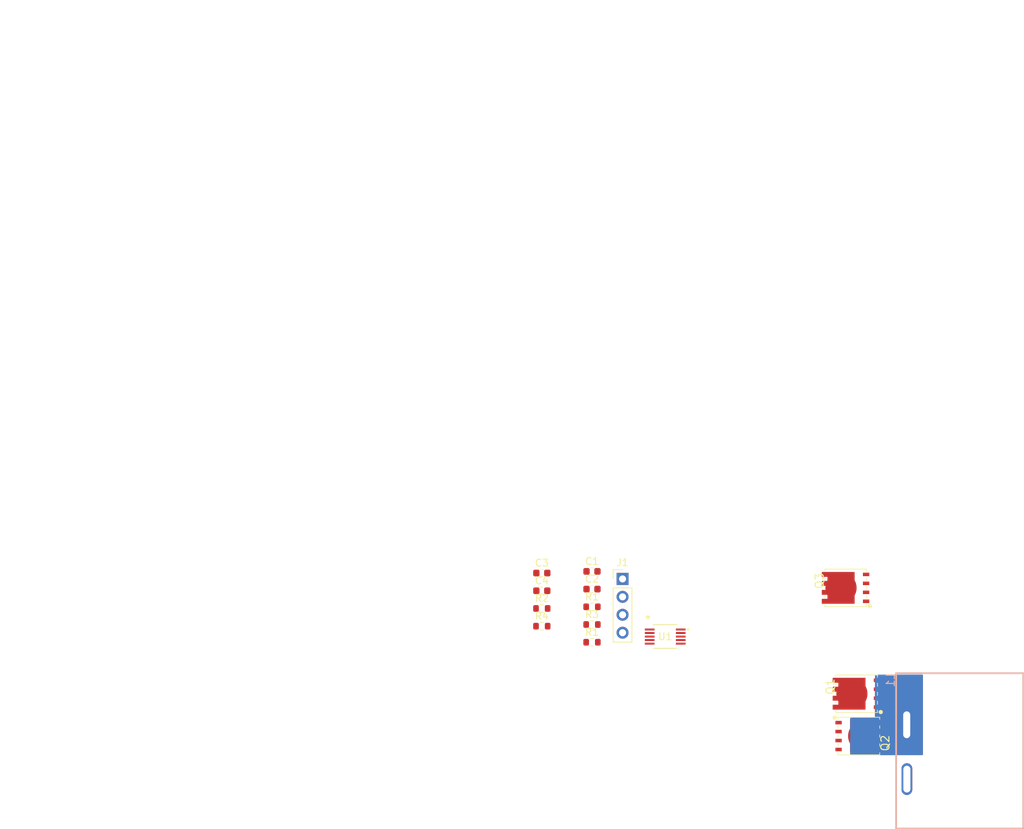
<source format=kicad_pcb>
(kicad_pcb (version 20241229) (generator "pcbnew") (generator_version "9.0")
  (layers (0 "F.Cu" signal) (2 "B.Cu" signal) (13 "F.Paste" user) (15 "B.Paste" user) (5 "F.SilkS" user "F.Silkscreen") (7 "B.SilkS" user "B.Silkscreen") (1 "F.Mask" user) (3 "B.Mask" user) (25 "Edge.Cuts" user))
  (net 0 "")
  (net 5 "GND")
  (net 6 "Net-(U1-FB)")
  (net 7 "Net-(U1-REF)")
  (net 8 "Net-(Q3-D)")
  (net 9 "/HG")
  (net 10 "+12V")
  (net 11 "/LG")
  (net 12 "Net-(R1-Pad2)")
  (net 13 "Net-(U1-BST)")
  (net 14 "/SW")
  (net 15 "Net-(U1-ILIM)")
  (net 16 "/VOUT")
  (net 17 "/EN")
  (footprint "自建封装库:MSOP10_MP2905_MNP" (layer "F.Cu") (at 94.2 89.9)
    (property "Reference" "U1" (at 0 0 0) (layer "F.SilkS"))
    (property "Value" "MP2905EK-LF-P")
    (fp_line (start -1.6764 1.6764) (end 1.6764 1.6764) (stroke (width 0.1524)) (layer "F.SilkS"))
    (fp_line (start 1.6764 -1.6764) (end -1.6764 -1.6764) (stroke (width 0.1524)) (layer "F.SilkS"))
    (fp_poly (pts (xy 3.3909 -1.190501) (xy 3.3909 -0.809501) (xy 3.1369 -0.809501) (xy 3.1369 -1.190501)) (fill yes) (layer "F.SilkS"))
    (fp_text user "*" (at -2.4511 -2.4224 0) (layer "F.SilkS"))
    (fp_text user "*" (at -2.4511 -2.4224 0) (layer "F.SilkS"))
    (pad "1" smd rect (at -2.1971 -1.000001) (size 1.3716 0.2794) (layers "F.Cu" "F.Mask" "F.Paste") (net 6 "Net-(U1-FB)"))
    (pad "2" smd rect (at -2.1971 -0.499999) (size 1.3716 0.2794) (layers "F.Cu" "F.Mask" "F.Paste") (net 8 "Net-(Q3-D)"))
    (pad "3" smd rect (at -2.1971 0) (size 1.3716 0.2794) (layers "F.Cu" "F.Mask" "F.Paste") (net 7 "Net-(U1-REF)"))
    (pad "4" smd rect (at -2.1971 0.499999) (size 1.3716 0.2794) (layers "F.Cu" "F.Mask" "F.Paste") (net 5 "GND"))
    (pad "5" smd rect (at -2.1971 1.000001) (size 1.3716 0.2794) (layers "F.Cu" "F.Mask" "F.Paste") (net 11 "/LG"))
    (pad "6" smd rect (at 2.1971 1.000001) (size 1.3716 0.2794) (layers "F.Cu" "F.Mask" "F.Paste") (net 13 "Net-(U1-BST)"))
    (pad "7" smd rect (at 2.1971 0.499999) (size 1.3716 0.2794) (layers "F.Cu" "F.Mask" "F.Paste") (net 14 "/SW"))
    (pad "8" smd rect (at 2.1971 0) (size 1.3716 0.2794) (layers "F.Cu" "F.Mask" "F.Paste") (net 9 "/HG"))
    (pad "9" smd rect (at 2.1971 -0.499999) (size 1.3716 0.2794) (layers "F.Cu" "F.Mask" "F.Paste") (net 10 "+12V"))
    (pad "10" smd rect (at 2.1971 -1.000001) (size 1.3716 0.2794) (layers "F.Cu" "F.Mask" "F.Paste") (net 15 "Net-(U1-ILIM)"))
  )
  (footprint "Capacitor_SMD:C_0603_1608Metric" (layer "F.Cu") (at 83.8319 80.6654)
    (property "Reference" "C1" (at 0 -1.43 0) (layer "F.SilkS"))
    (property "Value" "10nF")
    (fp_line (start -0.14058 -0.51) (end 0.14058 -0.51) (stroke (width 0.12)) (layer "F.SilkS"))
    (fp_line (start -0.14058 0.51) (end 0.14058 0.51) (stroke (width 0.12)) (layer "F.SilkS"))
    (pad "1" smd roundrect (at -0.775 0) (size 0.9 0.95) (layers "F.Cu" "F.Mask" "F.Paste") (net 5 "GND"))
    (pad "2" smd roundrect (at 0.775 0) (size 0.9 0.95) (layers "F.Cu" "F.Mask" "F.Paste") (net 8 "Net-(Q3-D)"))
  )
  (footprint "Resistor_SMD:R_0603_1608Metric" (layer "F.Cu") (at 76.7279 88.429999)
    (property "Reference" "R4" (at 0 -1.43 0) (layer "F.SilkS"))
    (property "Value" "R")
    (fp_line (start -0.237258 -0.5225) (end 0.237258 -0.5225) (stroke (width 0.12)) (layer "F.SilkS"))
    (fp_line (start -0.237258 0.5225) (end 0.237258 0.5225) (stroke (width 0.12)) (layer "F.SilkS"))
    (pad "1" smd roundrect (at -0.825 0) (size 0.8 0.95) (layers "F.Cu" "F.Mask" "F.Paste") (net 5 "GND"))
    (pad "2" smd roundrect (at 0.825 0) (size 0.8 0.95) (layers "F.Cu" "F.Mask" "F.Paste") (net 17 "/EN"))
  )
  (footprint "Capacitor_SMD:C_0603_1608Metric" (layer "F.Cu") (at 76.7279 83.409999)
    (property "Reference" "C4" (at 0 -1.43 0) (layer "F.SilkS"))
    (property "Value" "10nF")
    (fp_line (start -0.14058 -0.51) (end 0.14058 -0.51) (stroke (width 0.12)) (layer "F.SilkS"))
    (fp_line (start -0.14058 0.51) (end 0.14058 0.51) (stroke (width 0.12)) (layer "F.SilkS"))
    (pad "1" smd roundrect (at -0.775 0) (size 0.9 0.95) (layers "F.Cu" "F.Mask" "F.Paste") (net 15 "Net-(U1-ILIM)"))
    (pad "2" smd roundrect (at 0.775 0) (size 0.9 0.95) (layers "F.Cu" "F.Mask" "F.Paste") (net 10 "+12V"))
  )
  (footprint "Capacitor_SMD:C_0603_1608Metric" (layer "F.Cu") (at 83.8319 83.1754)
    (property "Reference" "C2" (at 0 -1.43 0) (layer "F.SilkS"))
    (property "Value" "4.7μF")
    (fp_line (start -0.14058 -0.51) (end 0.14058 -0.51) (stroke (width 0.12)) (layer "F.SilkS"))
    (fp_line (start -0.14058 0.51) (end 0.14058 0.51) (stroke (width 0.12)) (layer "F.SilkS"))
    (pad "1" smd roundrect (at -0.775 0) (size 0.9 0.95) (layers "F.Cu" "F.Mask" "F.Paste") (net 5 "GND"))
    (pad "2" smd roundrect (at 0.775 0) (size 0.9 0.95) (layers "F.Cu" "F.Mask" "F.Paste") (net 7 "Net-(U1-REF)"))
  )
  (footprint "Resistor_SMD:R_0603_1608Metric" (layer "F.Cu") (at 83.8319 85.6854)
    (property "Reference" "R1" (at 0 -1.43 0) (layer "F.SilkS"))
    (property "Value" "R")
    (fp_line (start -0.237258 -0.5225) (end 0.237258 -0.5225) (stroke (width 0.12)) (layer "F.SilkS"))
    (fp_line (start -0.237258 0.5225) (end 0.237258 0.5225) (stroke (width 0.12)) (layer "F.SilkS"))
    (pad "1" smd roundrect (at -0.825 0) (size 0.8 0.95) (layers "F.Cu" "F.Mask" "F.Paste") (net 6 "Net-(U1-FB)"))
    (pad "2" smd roundrect (at 0.825 0) (size 0.8 0.95) (layers "F.Cu" "F.Mask" "F.Paste") (net 12 "Net-(R1-Pad2)"))
  )
  (footprint "自建封装库:TDSON-8_L5.9-W5.2-P1.27-BL" (layer "F.Cu") (at 122.415 98 90)
    (property "Reference" "Q1" (at -0.242 -4.829 90) (layer "F.SilkS") (effects (font (size 1.143 1.143) (thickness 0.152)) (justify left)))
    (property "Value" "NMOS" (hide yes))
    (fp_line (start 2.66 -4.055) (end 2.66 1.845) (stroke (width 0.1)) (layer "F.SilkS"))
    (fp_line (start 2.359 -4.055) (end 2.66 -4.055) (stroke (width 0.1)) (layer "F.SilkS"))
    (fp_line (start 1.089 -4.055) (end 1.451 -4.055) (stroke (width 0.1)) (layer "F.SilkS"))
    (fp_line (start -0.181 -4.055) (end 0.181 -4.055) (stroke (width 0.1)) (layer "F.SilkS"))
    (fp_line (start -1.451 -4.055) (end -1.089 -4.055) (stroke (width 0.1)) (layer "F.SilkS"))
    (fp_line (start -2.66 -4.055) (end -2.359 -4.055) (stroke (width 0.1)) (layer "F.SilkS"))
    (fp_line (start -2.66 -4.055) (end -2.66 1.845) (stroke (width 0.1)) (layer "F.SilkS"))
    (fp_line (start 2.309 1.845) (end 2.66 1.845) (stroke (width 0.1)) (layer "F.SilkS"))
    (fp_line (start 1.039 1.845) (end 1.501 1.845) (stroke (width 0.1)) (layer "F.SilkS"))
    (fp_line (start -0.231 1.845) (end 0.231 1.845) (stroke (width 0.1)) (layer "F.SilkS"))
    (fp_line (start -1.501 1.845) (end -1.039 1.845) (stroke (width 0.1)) (layer "F.SilkS"))
    (fp_line (start -2.66 1.845) (end -2.309 1.845) (stroke (width 0.1)) (layer "F.SilkS"))
    (fp_circle (center -2.6 2.31) (end -2.45 2.31) (stroke (width 0.3)) (fill no) (layer "F.SilkS"))
    (pad "1" smd custom (at 0 -1.775 90) (size 4.41 4.55) (layers "F.Cu" "F.Mask" "F.Paste") (net 10 "+12V") (options (clearance outline) (anchor circle)) (primitives (gr_poly (pts (xy -2.205 1.875) (xy 2.205 1.875) (xy 2.205 -2.675) (xy 1.605 -2.675) (xy 1.605 -1.875) (xy 0.935 -1.875) (xy 0.935 -2.675) (xy 0.335 -2.675) (xy 0.335 -1.875) (xy -0.335 -1.875) (xy -0.335 -2.675) (xy -0.935 -2.675) (xy -0.935 -1.875) (xy -1.605 -1.875) (xy -1.605 -2.675) (xy -2.205 -2.675)) (width 0.1) (fill yes))))
    (pad "2" smd rect (at 1.905 1.775 90) (size 0.5 0.9) (layers "F.Cu" "F.Mask" "F.Paste") (net 9 "/HG"))
    (pad "3" smd rect (at -1.905 1.775 90) (size 0.5 0.9) (layers "F.Cu" "F.Mask" "F.Paste") (net 14 "/SW"))
    (pad "3" smd rect (at -0.635 1.775 90) (size 0.5 0.9) (layers "F.Cu" "F.Mask" "F.Paste") (net 14 "/SW"))
    (pad "3" smd rect (at 0.635 1.775 90) (size 0.5 0.9) (layers "F.Cu" "F.Mask" "F.Paste") (net 14 "/SW"))
  )
  (footprint "Resistor_SMD:R_0603_1608Metric" (layer "F.Cu") (at 83.8319 88.1954)
    (property "Reference" "R3" (at 0 -1.43 0) (layer "F.SilkS"))
    (property "Value" "R")
    (fp_line (start -0.237258 -0.5225) (end 0.237258 -0.5225) (stroke (width 0.12)) (layer "F.SilkS"))
    (fp_line (start -0.237258 0.5225) (end 0.237258 0.5225) (stroke (width 0.12)) (layer "F.SilkS"))
    (pad "1" smd roundrect (at -0.825 0) (size 0.8 0.95) (layers "F.Cu" "F.Mask" "F.Paste") (net 6 "Net-(U1-FB)"))
    (pad "2" smd roundrect (at 0.825 0) (size 0.8 0.95) (layers "F.Cu" "F.Mask" "F.Paste") (net 14 "/SW"))
  )
  (footprint "Resistor_SMD:R_0603_1608Metric" (layer "F.Cu") (at 76.7279 85.919999)
    (property "Reference" "R2" (at 0 -1.43 0) (layer "F.SilkS"))
    (property "Value" "3K")
    (fp_line (start -0.237258 -0.5225) (end 0.237258 -0.5225) (stroke (width 0.12)) (layer "F.SilkS"))
    (fp_line (start -0.237258 0.5225) (end 0.237258 0.5225) (stroke (width 0.12)) (layer "F.SilkS"))
    (pad "1" smd roundrect (at -0.825 0) (size 0.8 0.95) (layers "F.Cu" "F.Mask" "F.Paste") (net 15 "Net-(U1-ILIM)"))
    (pad "2" smd roundrect (at 0.825 0) (size 0.8 0.95) (layers "F.Cu" "F.Mask" "F.Paste") (net 10 "+12V"))
  )
  (footprint "自建封装库:TDSON-8_L5.9-W5.2-P1.27-BL" (layer "F.Cu") (at 120.875 83 90)
    (property "Reference" "Q3" (at -0.242 -4.829 90) (layer "F.SilkS") (effects (font (size 1.143 1.143) (thickness 0.152)) (justify left)))
    (property "Value" "NMOS" (hide yes))
    (fp_line (start 2.66 -4.055) (end 2.66 1.845) (stroke (width 0.1)) (layer "F.SilkS"))
    (fp_line (start 2.359 -4.055) (end 2.66 -4.055) (stroke (width 0.1)) (layer "F.SilkS"))
    (fp_line (start 1.089 -4.055) (end 1.451 -4.055) (stroke (width 0.1)) (layer "F.SilkS"))
    (fp_line (start -0.181 -4.055) (end 0.181 -4.055) (stroke (width 0.1)) (layer "F.SilkS"))
    (fp_line (start -1.451 -4.055) (end -1.089 -4.055) (stroke (width 0.1)) (layer "F.SilkS"))
    (fp_line (start -2.66 -4.055) (end -2.359 -4.055) (stroke (width 0.1)) (layer "F.SilkS"))
    (fp_line (start -2.66 -4.055) (end -2.66 1.845) (stroke (width 0.1)) (layer "F.SilkS"))
    (fp_line (start 2.309 1.845) (end 2.66 1.845) (stroke (width 0.1)) (layer "F.SilkS"))
    (fp_line (start 1.039 1.845) (end 1.501 1.845) (stroke (width 0.1)) (layer "F.SilkS"))
    (fp_line (start -0.231 1.845) (end 0.231 1.845) (stroke (width 0.1)) (layer "F.SilkS"))
    (fp_line (start -1.501 1.845) (end -1.039 1.845) (stroke (width 0.1)) (layer "F.SilkS"))
    (fp_line (start -2.66 1.845) (end -2.309 1.845) (stroke (width 0.1)) (layer "F.SilkS"))
    (fp_circle (center -2.6 2.31) (end -2.45 2.31) (stroke (width 0.3)) (fill no) (layer "F.SilkS"))
    (pad "1" smd custom (at 0 -1.775 90) (size 4.41 4.55) (layers "F.Cu" "F.Mask" "F.Paste") (net 8 "Net-(Q3-D)") (options (clearance outline) (anchor circle)) (primitives (gr_poly (pts (xy -2.205 1.875) (xy 2.205 1.875) (xy 2.205 -2.675) (xy 1.605 -2.675) (xy 1.605 -1.875) (xy 0.935 -1.875) (xy 0.935 -2.675) (xy 0.335 -2.675) (xy 0.335 -1.875) (xy -0.335 -1.875) (xy -0.335 -2.675) (xy -0.935 -2.675) (xy -0.935 -1.875) (xy -1.605 -1.875) (xy -1.605 -2.675) (xy -2.205 -2.675)) (width 0.1) (fill yes))))
    (pad "2" smd rect (at 1.905 1.775 90) (size 0.5 0.9) (layers "F.Cu" "F.Mask" "F.Paste") (net 17 "/EN"))
    (pad "3" smd rect (at -1.905 1.775 90) (size 0.5 0.9) (layers "F.Cu" "F.Mask" "F.Paste") (net 5 "GND"))
    (pad "3" smd rect (at -0.635 1.775 90) (size 0.5 0.9) (layers "F.Cu" "F.Mask" "F.Paste") (net 5 "GND"))
    (pad "3" smd rect (at 0.635 1.775 90) (size 0.5 0.9) (layers "F.Cu" "F.Mask" "F.Paste") (net 5 "GND"))
  )
  (footprint "Resistor_SMD:R_0603_1608Metric" (layer "F.Cu") (at 83.8319 90.7054)
    (property "Reference" "R1" (at 0 -1.43 0) (layer "F.SilkS"))
    (property "Value" "R")
    (fp_line (start -0.237258 -0.5225) (end 0.237258 -0.5225) (stroke (width 0.12)) (layer "F.SilkS"))
    (fp_line (start -0.237258 0.5225) (end 0.237258 0.5225) (stroke (width 0.12)) (layer "F.SilkS"))
    (pad "1" smd roundrect (at -0.825 0) (size 0.8 0.95) (layers "F.Cu" "F.Mask" "F.Paste") (net 5 "GND"))
    (pad "2" smd roundrect (at 0.825 0) (size 0.8 0.95) (layers "F.Cu" "F.Mask" "F.Paste") (net 6 "Net-(U1-FB)"))
  )
  (footprint "Connector_PinHeader_2.54mm:PinHeader_1x04_P2.54mm_Vertical" (layer "F.Cu") (at 88.1619 81.7354)
    (property "Reference" "J1" (at 0 -2.33 0) (layer "F.SilkS"))
    (property "Value" "Conn_01x04_Pin")
    (fp_line (start -1.33 -1.33) (end 0 -1.33) (stroke (width 0.12)) (layer "F.SilkS"))
    (fp_line (start -1.33 0) (end -1.33 -1.33) (stroke (width 0.12)) (layer "F.SilkS"))
    (fp_line (start -1.33 1.27) (end -1.33 8.95) (stroke (width 0.12)) (layer "F.SilkS"))
    (fp_line (start -1.33 1.27) (end 1.33 1.27) (stroke (width 0.12)) (layer "F.SilkS"))
    (fp_line (start -1.33 8.95) (end 1.33 8.95) (stroke (width 0.12)) (layer "F.SilkS"))
    (fp_line (start 1.33 1.27) (end 1.33 8.95) (stroke (width 0.12)) (layer "F.SilkS"))
    (pad "1" thru_hole rect (at 0 0) (size 1.7 1.7) (drill 1) (layers "*.Cu" "*.Mask"))
    (pad "2" thru_hole oval (at 0 2.54) (size 1.7 1.7) (drill 1) (layers "*.Cu" "*.Mask"))
    (pad "3" thru_hole oval (at 0 5.08) (size 1.7 1.7) (drill 1) (layers "*.Cu" "*.Mask"))
    (pad "4" thru_hole oval (at 0 7.62) (size 1.7 1.7) (drill 1) (layers "*.Cu" "*.Mask"))
  )
  (footprint "Capacitor_SMD:C_0603_1608Metric" (layer "F.Cu") (at 76.7279 80.899999)
    (property "Reference" "C3" (at 0 -1.43 0) (layer "F.SilkS"))
    (property "Value" "100nF")
    (fp_line (start -0.14058 -0.51) (end 0.14058 -0.51) (stroke (width 0.12)) (layer "F.SilkS"))
    (fp_line (start -0.14058 0.51) (end 0.14058 0.51) (stroke (width 0.12)) (layer "F.SilkS"))
    (pad "1" smd roundrect (at -0.775 0) (size 0.9 0.95) (layers "F.Cu" "F.Mask" "F.Paste") (net 13 "Net-(U1-BST)"))
    (pad "2" smd roundrect (at 0.775 0) (size 0.9 0.95) (layers "F.Cu" "F.Mask" "F.Paste") (net 14 "/SW"))
  )
  (footprint "自建封装库:TDSON-8_L5.9-W5.2-P1.27-BL" (layer "F.Cu") (at 120.525 104 -90)
    (property "Reference" "Q2" (at -0.242 -4.829 90) (layer "F.SilkS") (effects (font (size 1.143 1.143) (thickness 0.152)) (justify right)))
    (property "Value" "NMOS" (hide yes))
    (fp_line (start -2.66 1.845) (end -2.309 1.845) (stroke (width 0.1)) (layer "F.SilkS"))
    (fp_line (start -1.501 1.845) (end -1.039 1.845) (stroke (width 0.1)) (layer "F.SilkS"))
    (fp_line (start -0.231 1.845) (end 0.231 1.845) (stroke (width 0.1)) (layer "F.SilkS"))
    (fp_line (start 1.039 1.845) (end 1.501 1.845) (stroke (width 0.1)) (layer "F.SilkS"))
    (fp_line (start 2.309 1.845) (end 2.66 1.845) (stroke (width 0.1)) (layer "F.SilkS"))
    (fp_line (start -2.66 -4.055) (end -2.66 1.845) (stroke (width 0.1)) (layer "F.SilkS"))
    (fp_line (start -2.66 -4.055) (end -2.359 -4.055) (stroke (width 0.1)) (layer "F.SilkS"))
    (fp_line (start -1.451 -4.055) (end -1.089 -4.055) (stroke (width 0.1)) (layer "F.SilkS"))
    (fp_line (start -0.181 -4.055) (end 0.181 -4.055) (stroke (width 0.1)) (layer "F.SilkS"))
    (fp_line (start 1.089 -4.055) (end 1.451 -4.055) (stroke (width 0.1)) (layer "F.SilkS"))
    (fp_line (start 2.359 -4.055) (end 2.66 -4.055) (stroke (width 0.1)) (layer "F.SilkS"))
    (fp_line (start 2.66 -4.055) (end 2.66 1.845) (stroke (width 0.1)) (layer "F.SilkS"))
    (fp_circle (center -2.6 2.31) (end -2.45 2.31) (stroke (width 0.3)) (fill no) (layer "F.SilkS"))
    (pad "1" smd custom (at 0 -1.775 270) (size 4.41 4.55) (layers "F.Cu" "F.Mask" "F.Paste") (net 14 "/SW") (options (clearance outline) (anchor circle)) (primitives (gr_poly (pts (xy -2.205 1.875) (xy 2.205 1.875) (xy 2.205 -2.675) (xy 1.605 -2.675) (xy 1.605 -1.875) (xy 0.935 -1.875) (xy 0.935 -2.675) (xy 0.335 -2.675) (xy 0.335 -1.875) (xy -0.335 -1.875) (xy -0.335 -2.675) (xy -0.935 -2.675) (xy -0.935 -1.875) (xy -1.605 -1.875) (xy -1.605 -2.675) (xy -2.205 -2.675)) (width 0.1) (fill yes))))
    (pad "2" smd rect (at 1.905 1.775 270) (size 0.5 0.9) (layers "F.Cu" "F.Mask" "F.Paste") (net 11 "/LG"))
    (pad "3" smd rect (at -1.905 1.775 270) (size 0.5 0.9) (layers "F.Cu" "F.Mask" "F.Paste") (net 5 "GND"))
    (pad "3" smd rect (at -0.635 1.775 270) (size 0.5 0.9) (layers "F.Cu" "F.Mask" "F.Paste") (net 5 "GND"))
    (pad "3" smd rect (at 0.635 1.775 270) (size 0.5 0.9) (layers "F.Cu" "F.Mask" "F.Paste") (net 5 "GND"))
  )
  (footprint "自建封装库:PQ2010" (layer "B.Cu") (at 126.9 95.1 -90)
    (property "Reference" "L1" (at -0.127 0.113982 90) (layer "B.SilkS") (effects (font (size 1.143 1.143) (thickness 0.1524)) (justify left bottom mirror)))
    (property "Value" "L" (hide yes))
    (fp_line (start 0 0) (end 22 0) (stroke (width 0.254)) (layer "B.SilkS"))
    (fp_line (start 0 -18) (end 0 0) (stroke (width 0.254)) (layer "B.SilkS"))
    (fp_line (start 0 -18) (end 22 -18) (stroke (width 0.254)) (layer "B.SilkS"))
    (fp_line (start 22 -18) (end 22 0) (stroke (width 0.254)) (layer "B.SilkS"))
    (pad "1" thru_hole oval (at 7.3 -1.5 270) (size 4.5 1.524) (drill oval 3.8 1) (layers "*.Cu" "*.Mask") (net 14 "/SW"))
    (pad "2" thru_hole oval (at 15 -1.524 270) (size 4.5 1.524) (drill oval 3.8 1) (layers "*.Cu" "*.Mask") (net 16 "/VOUT"))
  )
  (via (at 130.4 99.3) (size 0) (drill 0) (layers "F.Cu" "B.Cu") (net 14))
  (via (at 125.4 102.3) (size 0) (drill 0) (layers "F.Cu" "B.Cu") (net 14))
  (via (at 129.4 97.3) (size 0) (drill 0) (layers "F.Cu" "B.Cu") (net 14))
  (via (at 127.4 98.3) (size 0) (drill 0) (layers "F.Cu" "B.Cu") (net 14))
  (via (at 128.4 98.3) (size 0) (drill 0) (layers "F.Cu" "B.Cu") (net 14))
  (via (at 125.4 105.3) (size 0) (drill 0) (layers "F.Cu" "B.Cu") (net 14))
  (via (at 125.4 99.3) (size 0) (drill 0) (layers "F.Cu" "B.Cu") (net 14))
  (via (at 129.4 101.3) (size 0) (drill 0) (layers "F.Cu" "B.Cu") (net 14))
  (via (at 127.4 106.3) (size 0) (drill 0) (layers "F.Cu" "B.Cu") (net 14))
  (via (at 130.4 98.3) (size 0) (drill 0) (layers "F.Cu" "B.Cu") (net 14))
  (via (at 130.4 100.3) (size 0) (drill 0) (layers "F.Cu" "B.Cu") (net 14))
  (via (at 130.4 101.3) (size 0) (drill 0) (layers "F.Cu" "B.Cu") (net 14))
  (via (at 125.4 97.3) (size 0) (drill 0) (layers "F.Cu" "B.Cu") (net 14))
  (via (at 125.4 100.3) (size 0) (drill 0) (layers "F.Cu" "B.Cu") (net 14))
  (via (at 127.4 103.3) (size 0) (drill 0) (layers "F.Cu" "B.Cu") (net 14))
  (via (at 124.4 98.3) (size 0) (drill 0) (layers "F.Cu" "B.Cu") (net 14))
  (via (at 125.4 103.3) (size 0) (drill 0) (layers "F.Cu" "B.Cu") (net 14))
  (via (at 130.4 96.3) (size 0) (drill 0) (layers "F.Cu" "B.Cu") (net 14))
  (via (at 129.4 104.3) (size 0) (drill 0) (layers "F.Cu" "B.Cu") (net 14))
  (via (at 126.4 101.3) (size 0) (drill 0) (layers "F.Cu" "B.Cu") (net 14))
  (via (at 129.4 102.3) (size 0) (drill 0) (layers "F.Cu" "B.Cu") (net 14))
  (via (at 126.4 103.3) (size 0) (drill 0) (layers "F.Cu" "B.Cu") (net 14))
  (via (at 121.4 106.3) (size 0) (drill 0) (layers "F.Cu" "B.Cu") (net 14))
  (via (at 126.4 104.3) (size 0) (drill 0) (layers "F.Cu" "B.Cu") (net 14))
  (via (at 126.4 97.3) (size 0) (drill 0) (layers "F.Cu" "B.Cu") (net 14))
  (via (at 126.4 100.3) (size 0) (drill 0) (layers "F.Cu" "B.Cu") (net 14))
  (via (at 128.4 99.3) (size 0) (drill 0) (layers "F.Cu" "B.Cu") (net 14))
  (via (at 120.4 106.3) (size 0) (drill 0) (layers "F.Cu" "B.Cu") (net 14))
  (via (at 124.4 99.3) (size 0) (drill 0) (layers "F.Cu" "B.Cu") (net 14))
  (via (at 128.4 105.3) (size 0) (drill 0) (layers "F.Cu" "B.Cu") (net 14))
  (via (at 129.4 106.3) (size 0) (drill 0) (layers "F.Cu" "B.Cu") (net 14))
  (via (at 125.4 106.3) (size 0) (drill 0) (layers "F.Cu" "B.Cu") (net 14))
  (via (at 125.4 96.3) (size 0) (drill 0) (layers "F.Cu" "B.Cu") (net 14))
  (via (at 125.4 104.3) (size 0) (drill 0) (layers "F.Cu" "B.Cu") (net 14))
  (via (at 127.4 105.3) (size 0) (drill 0) (layers "F.Cu" "B.Cu") (net 14))
  (via (at 124.4 100.3) (size 0) (drill 0) (layers "F.Cu" "B.Cu") (net 14))
  (via (at 130.4 105.3) (size 0) (drill 0) (layers "F.Cu" "B.Cu") (net 14))
  (via (at 127.4 104.3) (size 0) (drill 0) (layers "F.Cu" "B.Cu") (net 14))
  (via (at 122.4 106.3) (size 0) (drill 0) (layers "F.Cu" "B.Cu") (net 14))
  (via (at 124.4 106.3) (size 0) (drill 0) (layers "F.Cu" "B.Cu") (net 14))
  (via (at 127.4 100.3) (size 0) (drill 0) (layers "F.Cu" "B.Cu") (net 14))
  (via (at 129.4 105.3) (size 0) (drill 0) (layers "F.Cu" "B.Cu") (net 14))
  (via (at 127.4 99.3) (size 0) (drill 0) (layers "F.Cu" "B.Cu") (net 14))
  (via (at 130.4 102.3) (size 0) (drill 0) (layers "F.Cu" "B.Cu") (net 14))
  (via (at 125.4 98.3) (size 0) (drill 0) (layers "F.Cu" "B.Cu") (net 14))
  (via (at 126.4 96.3) (size 0) (drill 0) (layers "F.Cu" "B.Cu") (net 14))
  (via (at 127.4 97.3) (size 0) (drill 0) (layers "F.Cu" "B.Cu") (net 14))
  (via (at 128.4 96.3) (size 0) (drill 0) (layers "F.Cu" "B.Cu") (net 14))
  (via (at 126.4 98.3) (size 0) (drill 0) (layers "F.Cu" "B.Cu") (net 14))
  (via (at 129.4 99.3) (size 0) (drill 0) (layers "F.Cu" "B.Cu") (net 14))
  (via (at 128.4 97.3) (size 0) (drill 0) (layers "F.Cu" "B.Cu") (net 14))
  (via (at 130.4 104.3) (size 0) (drill 0) (layers "F.Cu" "B.Cu") (net 14))
  (via (at 129.4 96.3) (size 0) (drill 0) (layers "F.Cu" "B.Cu") (net 14))
  (via (at 127.4 102.3) (size 0) (drill 0) (layers "F.Cu" "B.Cu") (net 14))
  (via (at 130.4 97.3) (size 0) (drill 0) (layers "F.Cu" "B.Cu") (net 14))
  (via (at 125.4 101.3) (size 0) (drill 0) (layers "F.Cu" "B.Cu") (net 14))
  (via (at 123.4 106.3) (size 0) (drill 0) (layers "F.Cu" "B.Cu") (net 14))
  (via (at 128.4 106.3) (size 0) (drill 0) (layers "F.Cu" "B.Cu") (net 14))
  (via (at 127.4 96.3) (size 0) (drill 0) (layers "F.Cu" "B.Cu") (net 14))
  (via (at 130.4 106.3) (size 0) (drill 0) (layers "F.Cu" "B.Cu") (net 14))
  (via (at 129.4 103.3) (size 0) (drill 0) (layers "F.Cu" "B.Cu") (net 14))
  (via (at 126.4 102.3) (size 0) (drill 0) (layers "F.Cu" "B.Cu") (net 14))
  (via (at 126.4 99.3) (size 0) (drill 0) (layers "F.Cu" "B.Cu") (net 14))
  (via (at 130.4 103.3) (size 0) (drill 0) (layers "F.Cu" "B.Cu") (net 14))
  (via (at 124.4 101.3) (size 0) (drill 0) (layers "F.Cu" "B.Cu") (net 14))
  (via (at 126.4 105.3) (size 0) (drill 0) (layers "F.Cu" "B.Cu") (net 14))
  (via (at 129.4 100.3) (size 0) (drill 0) (layers "F.Cu" "B.Cu") (net 14))
  (via (at 126.4 106.3) (size 0) (drill 0) (layers "F.Cu" "B.Cu") (net 14))
  (via (at 129.4 98.3) (size 0) (drill 0) (layers "F.Cu" "B.Cu") (net 14))
  (via (at 127.4 101.3) (size 0) (drill 0) (layers "F.Cu" "B.Cu") (net 14))
  (zone (net 14) (net_name "/SW") (layers "F.Cu" "B.Cu") (name "stitch_zone_0") (connect_pads yes (clearance 0.5)) (min_thickness 0.25) (fill yes (thermal_gap 0.5) (thermal_bridge_width 0.5) (island_removal_mode 1) (island_area_min 10))
    (polygon (pts (xy 120.4 106.7) (xy 120.4 101.4) (xy 123.022685 101.4) (xy 123.9 101.4) (xy 123.9 99) (xy 123.9 99) (xy 123.9 95.3) (xy 130.7 95.3) (xy 130.7 106.7)))
  )
)
</source>
